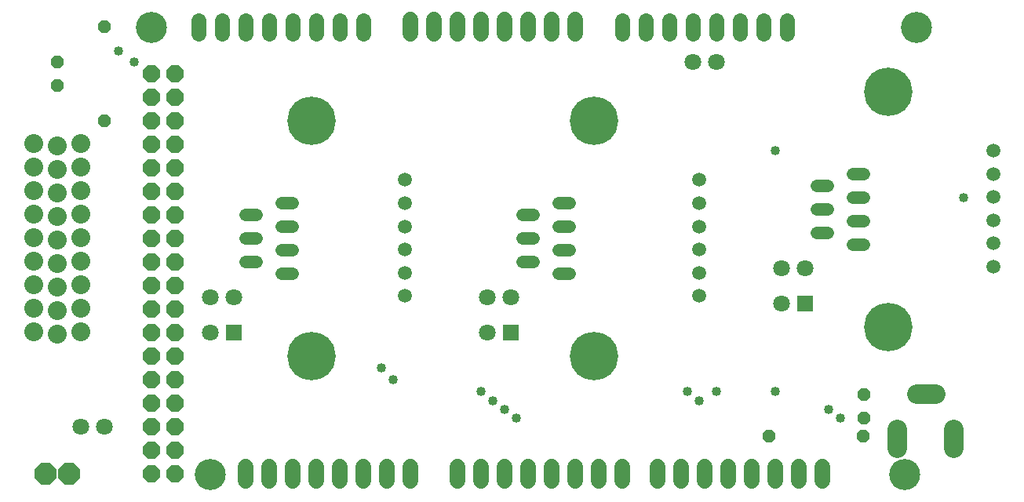
<source format=gbr>
G04 EAGLE Gerber RS-274X export*
G75*
%MOMM*%
%FSLAX34Y34*%
%LPD*%
%AMOC8*
5,1,8,0,0,1.08239X$1,22.5*%
G01*
%ADD10C,3.352400*%
%ADD11C,1.676400*%
%ADD12P,1.484606X8X292.500000*%
%ADD13C,2.152400*%
%ADD14C,1.502400*%
%ADD15C,2.032000*%
%ADD16P,1.484606X8X202.500000*%
%ADD17P,1.484606X8X112.500000*%
%ADD18C,1.352400*%
%ADD19C,5.232400*%
%ADD20C,1.803400*%
%ADD21R,1.803400X1.803400*%
%ADD22P,1.979475X8X112.500000*%
%ADD23C,1.574800*%
%ADD24P,2.501836X8X22.500000*%
%ADD25C,1.016000*%


D10*
X152200Y507600D03*
X965000Y25000D03*
X215700Y25000D03*
X977700Y507600D03*
D11*
X482600Y33020D02*
X482600Y17780D01*
X508000Y17780D02*
X508000Y33020D01*
X533400Y33020D02*
X533400Y17780D01*
X558800Y17780D02*
X558800Y33020D01*
X584200Y33020D02*
X584200Y17780D01*
X609600Y17780D02*
X609600Y33020D01*
X635000Y33020D02*
X635000Y17780D01*
X660400Y17780D02*
X660400Y33020D01*
X698500Y33020D02*
X698500Y17780D01*
X723900Y17780D02*
X723900Y33020D01*
X749300Y33020D02*
X749300Y17780D01*
X774700Y17780D02*
X774700Y33020D01*
X800100Y33020D02*
X800100Y17780D01*
X825500Y17780D02*
X825500Y33020D01*
X850900Y33020D02*
X850900Y17780D01*
X876300Y17780D02*
X876300Y33020D01*
X254000Y33020D02*
X254000Y17780D01*
X279400Y17780D02*
X279400Y33020D01*
X304800Y33020D02*
X304800Y17780D01*
X330200Y17780D02*
X330200Y33020D01*
X355600Y33020D02*
X355600Y17780D01*
X381000Y17780D02*
X381000Y33020D01*
X406400Y33020D02*
X406400Y17780D01*
X431800Y17780D02*
X431800Y33020D01*
D12*
X50800Y469900D03*
X50800Y444500D03*
X101600Y508000D03*
X101600Y406400D03*
D13*
X956888Y74109D02*
X956888Y54109D01*
X1017888Y54109D02*
X1017888Y74109D01*
X997888Y112109D02*
X977888Y112109D01*
D14*
X425450Y342900D03*
X425450Y317900D03*
X425450Y292900D03*
X425450Y267900D03*
X425450Y242900D03*
X425450Y217900D03*
X742950Y342900D03*
X742950Y317900D03*
X742950Y292900D03*
X742950Y267900D03*
X742950Y242900D03*
X742950Y217900D03*
D15*
X25400Y179070D03*
X50800Y176530D03*
X76200Y179070D03*
X25400Y229870D03*
X50800Y227330D03*
X76200Y229870D03*
X25400Y255270D03*
X50800Y252730D03*
X76200Y255270D03*
X25400Y204470D03*
X50800Y201930D03*
X76200Y204470D03*
D14*
X1060450Y374650D03*
X1060450Y349650D03*
X1060450Y324650D03*
X1060450Y299650D03*
X1060450Y274650D03*
X1060450Y249650D03*
D15*
X25400Y280670D03*
X50800Y278130D03*
X76200Y280670D03*
X25400Y306070D03*
X50800Y303530D03*
X76200Y306070D03*
D11*
X431800Y500380D02*
X431800Y515620D01*
X457200Y515620D02*
X457200Y500380D01*
X482600Y500380D02*
X482600Y515620D01*
X508000Y515620D02*
X508000Y500380D01*
X533400Y500380D02*
X533400Y515620D01*
X558800Y515620D02*
X558800Y500380D01*
X584200Y500380D02*
X584200Y515620D01*
X609600Y515620D02*
X609600Y500380D01*
D16*
X920479Y66299D03*
X818879Y66299D03*
D17*
X920973Y86309D03*
X920973Y111709D03*
D18*
X305000Y317500D02*
X293000Y317500D01*
X266000Y304800D02*
X254000Y304800D01*
X293000Y292100D02*
X305000Y292100D01*
X266000Y279400D02*
X254000Y279400D01*
X293000Y266700D02*
X305000Y266700D01*
X266000Y254000D02*
X254000Y254000D01*
X293000Y241300D02*
X305000Y241300D01*
X591450Y317500D02*
X603450Y317500D01*
X564450Y304800D02*
X552450Y304800D01*
X591450Y292100D02*
X603450Y292100D01*
X564450Y279400D02*
X552450Y279400D01*
X591450Y266700D02*
X603450Y266700D01*
X564450Y254000D02*
X552450Y254000D01*
X591450Y241300D02*
X603450Y241300D01*
X908950Y349250D02*
X920950Y349250D01*
X881950Y336550D02*
X869950Y336550D01*
X908950Y323850D02*
X920950Y323850D01*
X881950Y311150D02*
X869950Y311150D01*
X908950Y298450D02*
X920950Y298450D01*
X881950Y285750D02*
X869950Y285750D01*
X908950Y273050D02*
X920950Y273050D01*
D19*
X325120Y406400D03*
X325120Y152400D03*
X629920Y406400D03*
X629920Y152400D03*
X947420Y438150D03*
X947420Y184150D03*
D20*
X539750Y215900D03*
X514350Y215900D03*
X514350Y177800D03*
D21*
X539750Y177800D03*
D20*
X241300Y215900D03*
X215900Y215900D03*
X215900Y177800D03*
D21*
X241300Y177800D03*
D20*
X857250Y247650D03*
X831850Y247650D03*
X831850Y209550D03*
D21*
X857250Y209550D03*
D22*
X177800Y25400D03*
X152400Y25400D03*
X177800Y50800D03*
X152400Y50800D03*
X177800Y76200D03*
X152400Y76200D03*
X177800Y101600D03*
X152400Y101600D03*
X177800Y127000D03*
X152400Y127000D03*
X177800Y152400D03*
X152400Y152400D03*
X177800Y177800D03*
X152400Y177800D03*
X177800Y203200D03*
X152400Y203200D03*
X177800Y228600D03*
X152400Y228600D03*
X177800Y254000D03*
X152400Y254000D03*
X177800Y279400D03*
X152400Y279400D03*
X177800Y304800D03*
X152400Y304800D03*
X177800Y330200D03*
X152400Y330200D03*
X177800Y355600D03*
X152400Y355600D03*
X177800Y381000D03*
X152400Y381000D03*
X177800Y406400D03*
X152400Y406400D03*
X177800Y431800D03*
X152400Y431800D03*
X177800Y457200D03*
X152400Y457200D03*
D15*
X25400Y331470D03*
X50800Y328930D03*
X76200Y331470D03*
X25400Y356870D03*
X50800Y354330D03*
X76200Y356870D03*
X25400Y382270D03*
X50800Y379730D03*
X76200Y382270D03*
D23*
X381000Y500888D02*
X381000Y515112D01*
X355600Y515112D02*
X355600Y500888D01*
X330200Y500888D02*
X330200Y515112D01*
X304800Y515112D02*
X304800Y500888D01*
X279400Y500888D02*
X279400Y515112D01*
X254000Y515112D02*
X254000Y500888D01*
X228600Y500888D02*
X228600Y515112D01*
X203200Y515112D02*
X203200Y500888D01*
X838200Y500888D02*
X838200Y515112D01*
X812800Y515112D02*
X812800Y500888D01*
X787400Y500888D02*
X787400Y515112D01*
X762000Y515112D02*
X762000Y500888D01*
X736600Y500888D02*
X736600Y515112D01*
X711200Y515112D02*
X711200Y500888D01*
X685800Y500888D02*
X685800Y515112D01*
X660400Y515112D02*
X660400Y500888D01*
D24*
X38100Y25400D03*
X63500Y25400D03*
D20*
X101600Y76200D03*
X76200Y76200D03*
X736600Y469900D03*
X762000Y469900D03*
D25*
X742950Y104775D03*
X520700Y104775D03*
X730250Y114300D03*
X508000Y114300D03*
X400050Y139700D03*
X412750Y127000D03*
X895350Y85725D03*
X546399Y85725D03*
X533400Y95250D03*
X882650Y95250D03*
X825500Y374650D03*
X1028700Y323850D03*
X762000Y114300D03*
X825500Y114300D03*
X133350Y469900D03*
X116586Y481757D03*
M02*

</source>
